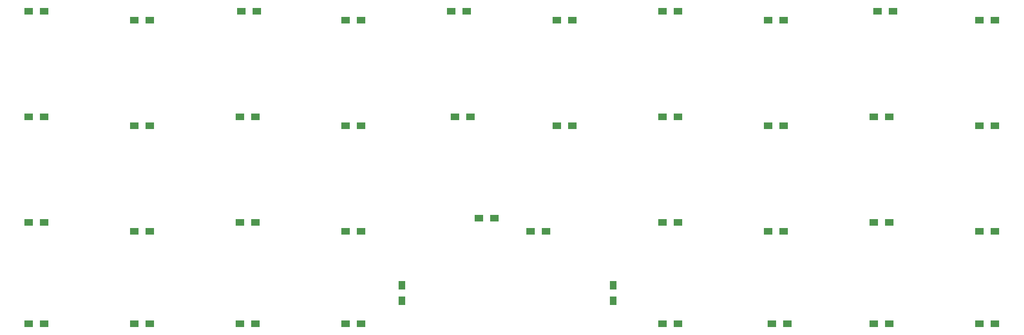
<source format=gbr>
G04 #@! TF.GenerationSoftware,KiCad,Pcbnew,(6.0.4-0)*
G04 #@! TF.CreationDate,2022-05-09T18:43:36-05:00*
G04 #@! TF.ProjectId,freaku4X,66726561-6b75-4345-982e-6b696361645f,rev?*
G04 #@! TF.SameCoordinates,Original*
G04 #@! TF.FileFunction,Paste,Top*
G04 #@! TF.FilePolarity,Positive*
%FSLAX46Y46*%
G04 Gerber Fmt 4.6, Leading zero omitted, Abs format (unit mm)*
G04 Created by KiCad (PCBNEW (6.0.4-0)) date 2022-05-09 18:43:36*
%MOMM*%
%LPD*%
G01*
G04 APERTURE LIST*
%ADD10R,1.600000X1.200000*%
%ADD11R,1.200000X1.600000*%
G04 APERTURE END LIST*
D10*
G04 #@! TO.C,D22*
X101787500Y-123031250D03*
X104587500Y-123031250D03*
G04 #@! TD*
G04 #@! TO.C,D15*
X216087500Y-103981250D03*
X218887500Y-103981250D03*
G04 #@! TD*
G04 #@! TO.C,D1*
X63687500Y-84931250D03*
X66487500Y-84931250D03*
G04 #@! TD*
G04 #@! TO.C,D19*
X197037500Y-105568750D03*
X199837500Y-105568750D03*
G04 #@! TD*
G04 #@! TO.C,D7*
X120837500Y-86518750D03*
X123637500Y-86518750D03*
G04 #@! TD*
G04 #@! TO.C,D29*
X197037500Y-124618750D03*
X199837500Y-124618750D03*
G04 #@! TD*
G04 #@! TO.C,D26*
X82737500Y-124618750D03*
X85537500Y-124618750D03*
G04 #@! TD*
G04 #@! TO.C,D8*
X158937500Y-86518750D03*
X161737500Y-86518750D03*
G04 #@! TD*
G04 #@! TO.C,D34*
X177987500Y-141287500D03*
X180787500Y-141287500D03*
G04 #@! TD*
G04 #@! TO.C,D14*
X177987500Y-103981250D03*
X180787500Y-103981250D03*
G04 #@! TD*
G04 #@! TO.C,D11*
X63687500Y-103981250D03*
X66487500Y-103981250D03*
G04 #@! TD*
G04 #@! TO.C,D37*
X120837500Y-141287500D03*
X123637500Y-141287500D03*
G04 #@! TD*
G04 #@! TO.C,D35*
X216087500Y-141287500D03*
X218887500Y-141287500D03*
G04 #@! TD*
G04 #@! TO.C,D25*
X216087500Y-123031250D03*
X218887500Y-123031250D03*
G04 #@! TD*
G04 #@! TO.C,D5*
X216693750Y-84931250D03*
X219493750Y-84931250D03*
G04 #@! TD*
G04 #@! TO.C,D39*
X197643750Y-141287500D03*
X200443750Y-141287500D03*
G04 #@! TD*
G04 #@! TO.C,D31*
X63687500Y-141287500D03*
X66487500Y-141287500D03*
G04 #@! TD*
G04 #@! TO.C,D10*
X235137500Y-86518750D03*
X237937500Y-86518750D03*
G04 #@! TD*
G04 #@! TO.C,D24*
X177987500Y-123031250D03*
X180787500Y-123031250D03*
G04 #@! TD*
G04 #@! TO.C,D23*
X144837500Y-122237500D03*
X147637500Y-122237500D03*
G04 #@! TD*
G04 #@! TO.C,D13*
X140493750Y-103981250D03*
X143293750Y-103981250D03*
G04 #@! TD*
G04 #@! TO.C,D16*
X82737500Y-105568750D03*
X85537500Y-105568750D03*
G04 #@! TD*
G04 #@! TO.C,D27*
X120837500Y-124618750D03*
X123637500Y-124618750D03*
G04 #@! TD*
G04 #@! TO.C,D40*
X235137500Y-141287500D03*
X237937500Y-141287500D03*
G04 #@! TD*
G04 #@! TO.C,D20*
X235137500Y-105568750D03*
X237937500Y-105568750D03*
G04 #@! TD*
G04 #@! TO.C,D4*
X177987500Y-84931250D03*
X180787500Y-84931250D03*
G04 #@! TD*
D11*
G04 #@! TO.C,D33*
X130968750Y-137131250D03*
X130968750Y-134331250D03*
G04 #@! TD*
D10*
G04 #@! TO.C,D28*
X154175000Y-124618750D03*
X156975000Y-124618750D03*
G04 #@! TD*
G04 #@! TO.C,D32*
X101787500Y-141287500D03*
X104587500Y-141287500D03*
G04 #@! TD*
G04 #@! TO.C,D30*
X235137500Y-124618750D03*
X237937500Y-124618750D03*
G04 #@! TD*
G04 #@! TO.C,D2*
X101975000Y-84931250D03*
X104775000Y-84931250D03*
G04 #@! TD*
G04 #@! TO.C,D17*
X120837500Y-105568750D03*
X123637500Y-105568750D03*
G04 #@! TD*
G04 #@! TO.C,D6*
X82737500Y-86518750D03*
X85537500Y-86518750D03*
G04 #@! TD*
G04 #@! TO.C,D9*
X197037500Y-86518750D03*
X199837500Y-86518750D03*
G04 #@! TD*
G04 #@! TO.C,D36*
X82737500Y-141287500D03*
X85537500Y-141287500D03*
G04 #@! TD*
D11*
G04 #@! TO.C,D38*
X169068750Y-137131250D03*
X169068750Y-134331250D03*
G04 #@! TD*
D10*
G04 #@! TO.C,D21*
X63687500Y-123031250D03*
X66487500Y-123031250D03*
G04 #@! TD*
G04 #@! TO.C,D3*
X139887500Y-84931250D03*
X142687500Y-84931250D03*
G04 #@! TD*
G04 #@! TO.C,D12*
X101787500Y-103981250D03*
X104587500Y-103981250D03*
G04 #@! TD*
G04 #@! TO.C,D18*
X158937500Y-105568750D03*
X161737500Y-105568750D03*
G04 #@! TD*
M02*

</source>
